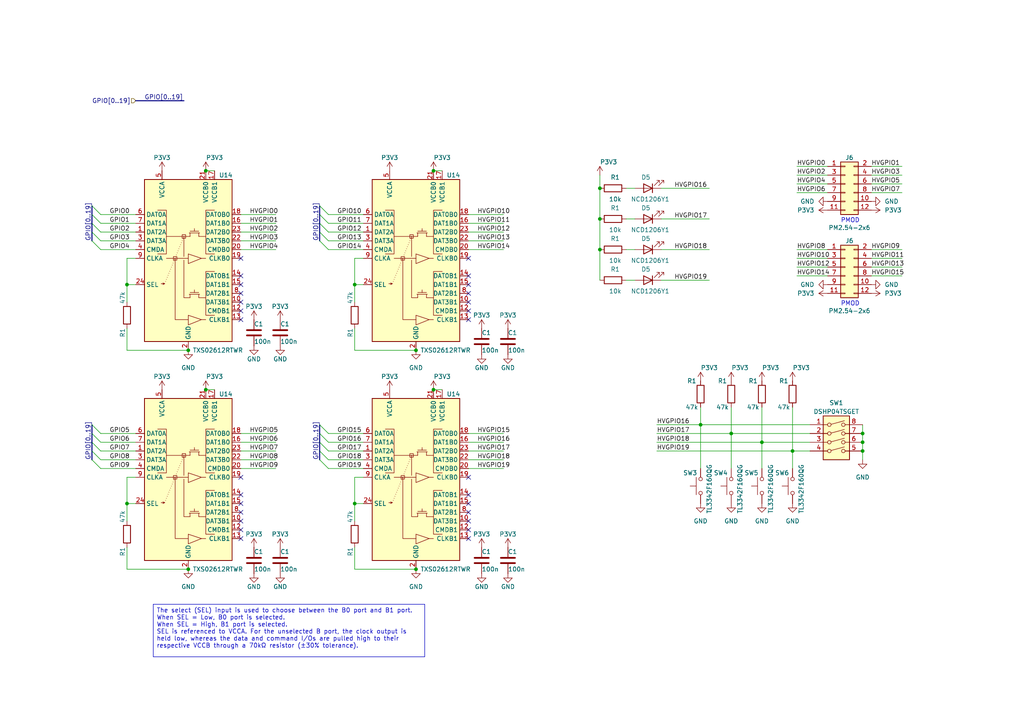
<source format=kicad_sch>
(kicad_sch (version 20230121) (generator eeschema)
  (paper "A4")
  (lib_symbols
    (symbol "CHIPSAlliance_Logic:TXS02612RTWR"
      (property "Reference" "U" (at 1.27 1.27 0))
      (property "Value" "TXS02612RTWR" (at 0 -48.26 0))
      (symbol "TXS02612RTWR_0_1"
        (polyline (pts (xy 4.826 -30.226) (xy 5.842 -30.226)))
        (polyline (pts (xy 6.35 -22.86) (xy 12.7 -22.86)))
        (polyline (pts (xy 11.43 -22.352) (xy 11.43 -16.51)))
        (polyline (pts (xy 11.43 -16.51) (xy 5.842 -30.226)) (stroke (width 0) (type dot)))
        (polyline (pts (xy 16.51 -40.64) (xy 17.78 -40.64)))
        (polyline (pts (xy 16.51 -22.86) (xy 17.78 -22.86)))
        (polyline (pts (xy 17.78 -21.59) (xy 17.78 -21.59)))
        (polyline (pts (xy 5.334 -29.972) (xy 5.842 -30.226) (xy 5.334 -30.48)))
        (polyline (pts (xy 8.89 -22.86) (xy 8.89 -40.64) (xy 12.7 -40.64)))
        (polyline (pts (xy 11.43 -23.368) (xy 11.43 -34.29) (xy 12.7 -34.29)))
        (polyline (pts (xy 3.81 -8.89) (xy 6.35 -8.89) (xy 6.35 -21.59) (xy 3.81 -21.59)))
        (polyline (pts (xy 12.7 -39.37) (xy 12.7 -42.164) (xy 16.51 -40.64) (xy 12.7 -39.37)))
        (polyline (pts (xy 12.7 -21.59) (xy 12.7 -24.384) (xy 16.51 -22.86) (xy 12.7 -21.59)))
        (polyline (pts (xy 20.32 -26.67) (xy 17.78 -26.67) (xy 17.78 -39.37) (xy 20.32 -39.37)))
        (polyline (pts (xy 20.32 -8.89) (xy 17.78 -8.89) (xy 17.78 -21.59) (xy 20.32 -21.59)))
        (polyline (pts (xy 8.382 -23.368) (xy 9.398 -23.368) (xy 9.398 -22.352) (xy 8.382 -22.352) (xy 8.382 -23.368)))
        (polyline (pts (xy 10.922 -17.018) (xy 11.938 -17.018) (xy 11.938 -16.002) (xy 10.922 -16.002) (xy 10.922 -17.018)))
        (rectangle (start 0 0) (end 25.4 -46.99) (stroke (width 0.254)) (fill (type background)))
      )
      (symbol "TXS02612RTWR_1_0"
        (pin bidirectional line (at 27.94 -35.56 180) (length 2.54) (name "DAT3B1") (number "10"))
        (pin power_in line (at 12.7 -49.53 90) (length 2.54) hide (name "GND") (number "11"))
        (pin bidirectional line (at 27.94 -38.1 180) (length 2.54) (name "CMDB1") (number "12"))
        (pin output line (at 27.94 -40.64 180) (length 2.54) (name "CLKB1") (number "13"))
        (pin bidirectional line (at 27.94 -27.94 180) (length 2.54) (name "DAT0B1") (number "14"))
        (pin bidirectional line (at 27.94 -30.48 180) (length 2.54) (name "DAT1B1") (number "15"))
        (pin bidirectional line (at 27.94 -12.7 180) (length 2.54) (name "DAT1B0") (number "16"))
        (pin power_in line (at 20.32 2.54 270) (length 2.54) (name "VCCB1") (number "17"))
        (pin bidirectional line (at 27.94 -10.16 180) (length 2.54) (name "DAT0B0") (number "18"))
        (pin output line (at 27.94 -22.86 180) (length 2.54) (name "CLKB0") (number "19"))
        (pin power_in line (at 12.7 -49.53 90) (length 2.54) (name "GND") (number "2"))
        (pin bidirectional line (at 27.94 -20.32 180) (length 2.54) (name "CMDB0") (number "20"))
        (pin power_in line (at 17.78 2.54 270) (length 2.54) (name "VCCB0") (number "21"))
        (pin bidirectional line (at 27.94 -17.78 180) (length 2.54) (name "DAT3B0") (number "22"))
        (pin bidirectional line (at 27.94 -15.24 180) (length 2.54) (name "DAT2B0") (number "23"))
        (pin input line (at -2.54 -30.48 0) (length 2.54) (name "SEL") (number "24"))
        (pin bidirectional line (at -2.54 -12.7 0) (length 2.54) (name "DAT1A") (number "7"))
        (pin bidirectional line (at 27.94 -33.02 180) (length 2.54) (name "DAT2B1") (number "8"))
        (pin input line (at -2.54 -22.86 0) (length 2.54) (name "CLKA") (number "9"))
      )
      (symbol "TXS02612RTWR_1_1"
        (polyline (pts (xy 6.35 -16.51) (xy 13.208 -16.51)))
        (polyline (pts (xy 12.7 -34.29) (xy 13.208 -34.29)))
        (polyline (pts (xy 12.954 -33.274) (xy 16.002 -33.274)))
        (polyline (pts (xy 12.954 -15.494) (xy 16.002 -15.494)))
        (polyline (pts (xy 13.208 -34.29) (xy 13.208 -33.274)))
        (polyline (pts (xy 13.208 -32.766) (xy 15.748 -32.766)))
        (polyline (pts (xy 13.208 -16.51) (xy 13.208 -15.494)))
        (polyline (pts (xy 13.208 -14.986) (xy 15.748 -14.986)))
        (polyline (pts (xy 14.478 -32.766) (xy 14.478 -32.004)))
        (polyline (pts (xy 14.478 -14.986) (xy 14.478 -14.224)))
        (polyline (pts (xy 15.748 -34.29) (xy 15.748 -33.274)))
        (polyline (pts (xy 15.748 -16.51) (xy 15.748 -15.494)))
        (polyline (pts (xy 17.78 -34.29) (xy 15.748 -34.29)))
        (polyline (pts (xy 17.78 -16.51) (xy 15.748 -16.51)))
        (pin bidirectional line (at -2.54 -15.24 0) (length 2.54) (name "DAT2A") (number "1"))
        (pin bidirectional line (at -2.54 -17.78 0) (length 2.54) (name "DAT3A") (number "3"))
        (pin bidirectional line (at -2.54 -20.32 0) (length 2.54) (name "CMDA") (number "4"))
        (pin power_in line (at 5.08 2.54 270) (length 2.54) (name "VCCA") (number "5"))
        (pin bidirectional line (at -2.54 -10.16 0) (length 2.54) (name "DAT0A") (number "6"))
      )
    )
    (symbol "Connector_Generic:Conn_02x06_Odd_Even" (pin_names (offset 1.016) hide)
      (property "Reference" "J" (at 1.27 7.62 0))
      (property "Value" "Conn_02x06_Odd_Even" (at 1.27 -10.16 0))
      (symbol "Conn_02x06_Odd_Even_1_1"
        (rectangle (start -1.27 -7.493) (end 0 -7.747) (stroke (width 0.1524)))
        (rectangle (start -1.27 -4.953) (end 0 -5.207) (stroke (width 0.1524)))
        (rectangle (start -1.27 -2.413) (end 0 -2.667) (stroke (width 0.1524)))
        (rectangle (start -1.27 0.127) (end 0 -0.127) (stroke (width 0.1524)))
        (rectangle (start -1.27 2.667) (end 0 2.413) (stroke (width 0.1524)))
        (rectangle (start -1.27 5.207) (end 0 4.953) (stroke (width 0.1524)))
        (rectangle (start -1.27 6.35) (end 3.81 -8.89) (stroke (width 0.254)) (fill (type background)))
        (rectangle (start 3.81 -7.493) (end 2.54 -7.747) (stroke (width 0.1524)))
        (rectangle (start 3.81 -4.953) (end 2.54 -5.207) (stroke (width 0.1524)))
        (rectangle (start 3.81 -2.413) (end 2.54 -2.667) (stroke (width 0.1524)))
        (rectangle (start 3.81 0.127) (end 2.54 -0.127) (stroke (width 0.1524)))
        (rectangle (start 3.81 2.667) (end 2.54 2.413) (stroke (width 0.1524)))
        (rectangle (start 3.81 5.207) (end 2.54 4.953) (stroke (width 0.1524)))
        (pin passive line (at -5.08 5.08 0) (length 3.81) (name "Pin_1") (number "1"))
        (pin passive line (at 7.62 -5.08 180) (length 3.81) (name "Pin_10") (number "10"))
        (pin passive line (at -5.08 -7.62 0) (length 3.81) (name "Pin_11") (number "11"))
        (pin passive line (at 7.62 -7.62 180) (length 3.81) (name "Pin_12") (number "12"))
        (pin passive line (at 7.62 5.08 180) (length 3.81) (name "Pin_2") (number "2"))
        (pin passive line (at -5.08 2.54 0) (length 3.81) (name "Pin_3") (number "3"))
        (pin passive line (at 7.62 2.54 180) (length 3.81) (name "Pin_4") (number "4"))
        (pin passive line (at -5.08 0 0) (length 3.81) (name "Pin_5") (number "5"))
        (pin passive line (at 7.62 0 180) (length 3.81) (name "Pin_6") (number "6"))
        (pin passive line (at -5.08 -2.54 0) (length 3.81) (name "Pin_7") (number "7"))
        (pin passive line (at 7.62 -2.54 180) (length 3.81) (name "Pin_8") (number "8"))
        (pin passive line (at -5.08 -5.08 0) (length 3.81) (name "Pin_9") (number "9"))
      )
    )
    (symbol "Device:C" (pin_numbers hide) (pin_names (offset 0.254))
      (property "Reference" "C" (at 0.635 2.54 0))
      (property "Value" "C" (at 0.635 -2.54 0))
      (symbol "C_0_1"
        (polyline (pts (xy -2.032 -0.762) (xy 2.032 -0.762)) (stroke (width 0.508)))
        (polyline (pts (xy -2.032 0.762) (xy 2.032 0.762)) (stroke (width 0.508)))
      )
      (symbol "C_1_1"
        (pin passive line (at 0 3.81 270) (length 2.794) (name "~") (number "1"))
        (pin passive line (at 0 -3.81 90) (length 2.794) (name "~") (number "2"))
      )
    )
    (symbol "Device:LED" (pin_numbers hide) (pin_names (offset 1.016) hide)
      (property "Reference" "D" (at 0 2.54 0))
      (property "Value" "LED" (at 0 -2.54 0))
      (symbol "LED_0_1"
        (polyline (pts (xy -1.27 -1.27) (xy -1.27 1.27)) (stroke (width 0.254)))
        (polyline (pts (xy -1.27 0) (xy 1.27 0)))
        (polyline (pts (xy 1.27 -1.27) (xy 1.27 1.27) (xy -1.27 0) (xy 1.27 -1.27)) (stroke (width 0.254)))
        (polyline (pts (xy -3.048 -0.762) (xy -4.572 -2.286) (xy -3.81 -2.286) (xy -4.572 -2.286) (xy -4.572 -1.524)))
        (polyline (pts (xy -1.778 -0.762) (xy -3.302 -2.286) (xy -2.54 -2.286) (xy -3.302 -2.286) (xy -3.302 -1.524)))
      )
      (symbol "LED_1_1"
        (pin passive line (at -3.81 0 0) (length 2.54) (name "K") (number "1"))
        (pin passive line (at 3.81 0 180) (length 2.54) (name "A") (number "2"))
      )
    )
    (symbol "Device:R" (pin_numbers hide) (pin_names (offset 0))
      (property "Reference" "R" (at 2.032 0 90))
      (property "Value" "R" (at 0 0 90))
      (symbol "R_0_1"
        (rectangle (start -1.016 -2.54) (end 1.016 2.54) (stroke (width 0.254)))
      )
      (symbol "R_1_1"
        (pin passive line (at 0 3.81 270) (length 1.27) (name "~") (number "1"))
        (pin passive line (at 0 -3.81 90) (length 1.27) (name "~") (number "2"))
      )
    )
    (symbol "Switch:SW_DIP_x04" (pin_names (offset 0) hide)
      (property "Reference" "SW" (at 0 8.89 0))
      (property "Value" "SW_DIP_x04" (at 0 -6.35 0))
      (symbol "SW_DIP_x04_0_0"
        (circle (center -2.032 -2.54) (radius 0.508))
        (circle (center -2.032 0) (radius 0.508))
        (circle (center -2.032 2.54) (radius 0.508))
        (circle (center -2.032 5.08) (radius 0.508))
        (polyline (pts (xy -1.524 -2.3876) (xy 2.3622 -1.3462)))
        (polyline (pts (xy -1.524 0.127) (xy 2.3622 1.1684)))
        (polyline (pts (xy -1.524 2.667) (xy 2.3622 3.7084)))
        (polyline (pts (xy -1.524 5.207) (xy 2.3622 6.2484)))
        (circle (center 2.032 -2.54) (radius 0.508))
        (circle (center 2.032 0) (radius 0.508))
        (circle (center 2.032 2.54) (radius 0.508))
        (circle (center 2.032 5.08) (radius 0.508))
      )
      (symbol "SW_DIP_x04_0_1"
        (rectangle (start -3.81 7.62) (end 3.81 -5.08) (stroke (width 0.254)) (fill (type background)))
      )
      (symbol "SW_DIP_x04_1_1"
        (pin passive line (at -7.62 5.08 0) (length 5.08) (name "~") (number "1"))
        (pin passive line (at -7.62 2.54 0) (length 5.08) (name "~") (number "2"))
        (pin passive line (at -7.62 0 0) (length 5.08) (name "~") (number "3"))
        (pin passive line (at -7.62 -2.54 0) (length 5.08) (name "~") (number "4"))
        (pin passive line (at 7.62 -2.54 180) (length 5.08) (name "~") (number "5"))
        (pin passive line (at 7.62 0 180) (length 5.08) (name "~") (number "6"))
        (pin passive line (at 7.62 2.54 180) (length 5.08) (name "~") (number "7"))
        (pin passive line (at 7.62 5.08 180) (length 5.08) (name "~") (number "8"))
      )
    )
    (symbol "Switch:SW_Push" (pin_numbers hide) (pin_names (offset 1.016) hide)
      (property "Reference" "SW" (at 1.27 2.54 0))
      (property "Value" "SW_Push" (at 0 -1.524 0))
      (symbol "SW_Push_0_1"
        (circle (center -2.032 0) (radius 0.508))
        (polyline (pts (xy 0 1.27) (xy 0 3.048)))
        (polyline (pts (xy 2.54 1.27) (xy -2.54 1.27)))
        (circle (center 2.032 0) (radius 0.508))
        (pin passive line (at -5.08 0 0) (length 2.54) (name "1") (number "1"))
        (pin passive line (at 5.08 0 180) (length 2.54) (name "2") (number "2"))
      )
    )
    (symbol "power:GND" (power) (pin_names (offset 0))
      (property "Value" "GND" (at 0 -3.81 0))
      (symbol "GND_0_1"
        (polyline (pts (xy 0 0) (xy 0 -1.27) (xy 1.27 -1.27) (xy 0 -2.54) (xy -1.27 -1.27) (xy 0 -1.27)))
      )
      (symbol "GND_1_1"
        (pin power_in line (at 0 0 270) (length 0) hide (name "GND") (number "1"))
      )
    )
    (symbol "power:VDD" (power) (pin_names (offset 0))
      (property "Value" "VDD" (at 0 3.556 0))
      (symbol "VDD_0_1"
        (polyline (pts (xy -0.762 1.27) (xy 0 2.54)))
        (polyline (pts (xy 0 0) (xy 0 2.54)))
        (polyline (pts (xy 0 2.54) (xy 0.762 1.27)))
      )
      (symbol "VDD_1_1"
        (pin power_in line (at 0 0 90) (length 0) hide (name "P3V3") (number "1"))
      )
    )
  )
  (junction (at 220.98 128.27))
  (junction (at 212.09 125.73))
  (junction (at 120.65 101.6))
  (junction (at 125.73 113.03))
  (junction (at 102.87 82.55))
  (junction (at 102.87 146.05))
  (junction (at 173.99 72.39))
  (junction (at 54.61 165.1))
  (junction (at 120.65 165.1))
  (junction (at 59.69 113.03))
  (junction (at 125.73 49.53))
  (junction (at 173.99 54.61))
  (junction (at 54.61 101.6))
  (junction (at 173.99 63.5))
  (junction (at 250.19 128.27))
  (junction (at 59.69 49.53))
  (junction (at 36.83 146.05))
  (junction (at 229.87 130.81))
  (junction (at 250.19 130.81))
  (junction (at 203.2 123.19))
  (junction (at 36.83 82.55))
  (junction (at 250.19 125.73))
  (no_connect (at 135.89 148.59))
  (no_connect (at 69.85 151.13))
  (no_connect (at 135.89 90.17))
  (no_connect (at 69.85 74.93))
  (no_connect (at 69.85 80.01))
  (no_connect (at 69.85 82.55))
  (no_connect (at 135.89 82.55))
  (no_connect (at 135.89 87.63))
  (no_connect (at 135.89 146.05))
  (no_connect (at 135.89 80.01))
  (no_connect (at 135.89 138.43))
  (no_connect (at 135.89 143.51))
  (no_connect (at 69.85 85.09))
  (no_connect (at 135.89 151.13))
  (no_connect (at 69.85 87.63))
  (no_connect (at 135.89 153.67))
  (no_connect (at 69.85 153.67))
  (no_connect (at 69.85 156.21))
  (no_connect (at 69.85 148.59))
  (no_connect (at 69.85 138.43))
  (no_connect (at 69.85 143.51))
  (no_connect (at 69.85 92.71))
  (no_connect (at 69.85 90.17))
  (no_connect (at 135.89 74.93))
  (no_connect (at 135.89 85.09))
  (no_connect (at 135.89 156.21))
  (no_connect (at 69.85 146.05))
  (no_connect (at 135.89 92.71))
  (bus_entry (at 29.21 69.85) (size -2.54 -2.54))
  (bus_entry (at 95.25 67.31) (size -2.54 -2.54))
  (bus_entry (at 29.21 62.23) (size -2.54 -2.54))
  (bus_entry (at 29.21 133.35) (size -2.54 -2.54))
  (bus_entry (at 29.21 67.31) (size -2.54 -2.54))
  (bus_entry (at 29.21 130.81) (size -2.54 -2.54))
  (bus_entry (at 95.25 128.27) (size -2.54 -2.54))
  (bus_entry (at 95.25 135.89) (size -2.54 -2.54))
  (bus_entry (at 95.25 69.85) (size -2.54 -2.54))
  (bus_entry (at 95.25 72.39) (size -2.54 -2.54))
  (bus_entry (at 29.21 64.77) (size -2.54 -2.54))
  (bus_entry (at 95.25 130.81) (size -2.54 -2.54))
  (bus_entry (at 95.25 64.77) (size -2.54 -2.54))
  (bus_entry (at 95.25 62.23) (size -2.54 -2.54))
  (bus_entry (at 95.25 125.73) (size -2.54 -2.54))
  (bus_entry (at 29.21 72.39) (size -2.54 -2.54))
  (bus_entry (at 95.25 133.35) (size -2.54 -2.54))
  (bus_entry (at 29.21 128.27) (size -2.54 -2.54))
  (bus_entry (at 29.21 125.73) (size -2.54 -2.54))
  (bus_entry (at 29.21 135.89) (size -2.54 -2.54))
  (wire (pts (xy 261.62 77.47) (xy 252.73 77.47)))
  (bus (pts (xy 92.71 128.27) (xy 92.71 130.81)))
  (wire (pts (xy 220.98 118.11) (xy 220.98 128.27)))
  (bus (pts (xy 26.67 67.31) (xy 26.67 69.85)))
  (wire (pts (xy 231.14 74.93) (xy 240.03 74.93)))
  (wire (pts (xy 102.87 158.75) (xy 102.87 165.1)))
  (wire (pts (xy 135.89 130.81) (xy 146.05 130.81)))
  (bus (pts (xy 39.37 29.21) (xy 53.34 29.21)))
  (bus (pts (xy 26.67 64.77) (xy 26.67 67.31)))
  (wire (pts (xy 36.83 74.93) (xy 36.83 82.55)))
  (wire (pts (xy 95.25 64.77) (xy 105.41 64.77)))
  (wire (pts (xy 69.85 72.39) (xy 80.01 72.39)))
  (bus (pts (xy 92.71 125.73) (xy 92.71 128.27)))
  (wire (pts (xy 261.62 80.01) (xy 252.73 80.01)))
  (wire (pts (xy 205.74 72.39) (xy 191.77 72.39)))
  (wire (pts (xy 102.87 146.05) (xy 102.87 151.13)))
  (bus (pts (xy 26.67 123.19) (xy 26.67 125.73)))
  (wire (pts (xy 261.62 74.93) (xy 252.73 74.93)))
  (wire (pts (xy 173.99 50.8) (xy 173.99 54.61)))
  (wire (pts (xy 102.87 74.93) (xy 105.41 74.93)))
  (wire (pts (xy 250.19 123.19) (xy 250.19 125.73)))
  (wire (pts (xy 95.25 62.23) (xy 105.41 62.23)))
  (wire (pts (xy 102.87 82.55) (xy 105.41 82.55)))
  (wire (pts (xy 69.85 130.81) (xy 80.01 130.81)))
  (wire (pts (xy 173.99 63.5) (xy 173.99 72.39)))
  (wire (pts (xy 220.98 128.27) (xy 234.95 128.27)))
  (bus (pts (xy 92.71 64.77) (xy 92.71 67.31)))
  (wire (pts (xy 231.14 77.47) (xy 240.03 77.47)))
  (wire (pts (xy 36.83 158.75) (xy 36.83 165.1)))
  (wire (pts (xy 231.14 80.01) (xy 240.03 80.01)))
  (wire (pts (xy 190.5 123.19) (xy 203.2 123.19)))
  (wire (pts (xy 212.09 125.73) (xy 234.95 125.73)))
  (bus (pts (xy 92.71 62.23) (xy 92.71 64.77)))
  (wire (pts (xy 29.21 64.77) (xy 39.37 64.77)))
  (wire (pts (xy 250.19 128.27) (xy 250.19 130.81)))
  (wire (pts (xy 36.83 101.6) (xy 54.61 101.6)))
  (wire (pts (xy 261.62 55.88) (xy 252.73 55.88)))
  (wire (pts (xy 212.09 118.11) (xy 212.09 125.73)))
  (wire (pts (xy 29.21 125.73) (xy 39.37 125.73)))
  (wire (pts (xy 125.73 113.03) (xy 128.27 113.03)))
  (wire (pts (xy 203.2 123.19) (xy 234.95 123.19)))
  (wire (pts (xy 250.19 130.81) (xy 250.19 133.35)))
  (wire (pts (xy 261.62 53.34) (xy 252.73 53.34)))
  (wire (pts (xy 36.83 165.1) (xy 54.61 165.1)))
  (wire (pts (xy 59.69 49.53) (xy 62.23 49.53)))
  (wire (pts (xy 36.83 138.43) (xy 36.83 146.05)))
  (wire (pts (xy 190.5 125.73) (xy 212.09 125.73)))
  (wire (pts (xy 173.99 54.61) (xy 173.99 63.5)))
  (wire (pts (xy 125.73 49.53) (xy 128.27 49.53)))
  (wire (pts (xy 229.87 130.81) (xy 229.87 135.89)))
  (wire (pts (xy 231.14 55.88) (xy 240.03 55.88)))
  (wire (pts (xy 69.85 125.73) (xy 80.01 125.73)))
  (wire (pts (xy 69.85 135.89) (xy 80.01 135.89)))
  (bus (pts (xy 26.67 128.27) (xy 26.67 130.81)))
  (wire (pts (xy 135.89 128.27) (xy 146.05 128.27)))
  (wire (pts (xy 181.61 63.5) (xy 184.15 63.5)))
  (wire (pts (xy 29.21 72.39) (xy 39.37 72.39)))
  (wire (pts (xy 69.85 67.31) (xy 80.01 67.31)))
  (wire (pts (xy 69.85 69.85) (xy 80.01 69.85)))
  (wire (pts (xy 173.99 72.39) (xy 173.99 81.28)))
  (wire (pts (xy 102.87 95.25) (xy 102.87 101.6)))
  (wire (pts (xy 102.87 82.55) (xy 102.87 87.63)))
  (bus (pts (xy 92.71 67.31) (xy 92.71 69.85)))
  (wire (pts (xy 181.61 54.61) (xy 184.15 54.61)))
  (wire (pts (xy 203.2 123.19) (xy 203.2 135.89)))
  (wire (pts (xy 102.87 165.1) (xy 120.65 165.1)))
  (wire (pts (xy 190.5 130.81) (xy 229.87 130.81)))
  (bus (pts (xy 92.71 130.81) (xy 92.71 133.35)))
  (wire (pts (xy 135.89 133.35) (xy 146.05 133.35)))
  (bus (pts (xy 92.71 59.69) (xy 92.71 62.23)))
  (wire (pts (xy 205.74 81.28) (xy 191.77 81.28)))
  (wire (pts (xy 29.21 135.89) (xy 39.37 135.89)))
  (wire (pts (xy 95.25 135.89) (xy 105.41 135.89)))
  (wire (pts (xy 102.87 146.05) (xy 105.41 146.05)))
  (wire (pts (xy 181.61 81.28) (xy 184.15 81.28)))
  (wire (pts (xy 190.5 128.27) (xy 220.98 128.27)))
  (wire (pts (xy 205.74 54.61) (xy 191.77 54.61)))
  (wire (pts (xy 59.69 113.03) (xy 62.23 113.03)))
  (wire (pts (xy 261.62 48.26) (xy 252.73 48.26)))
  (wire (pts (xy 95.25 67.31) (xy 105.41 67.31)))
  (wire (pts (xy 36.83 82.55) (xy 39.37 82.55)))
  (wire (pts (xy 29.21 133.35) (xy 39.37 133.35)))
  (wire (pts (xy 36.83 146.05) (xy 36.83 151.13)))
  (wire (pts (xy 102.87 101.6) (xy 120.65 101.6)))
  (wire (pts (xy 69.85 133.35) (xy 80.01 133.35)))
  (wire (pts (xy 135.89 135.89) (xy 146.05 135.89)))
  (wire (pts (xy 181.61 72.39) (xy 184.15 72.39)))
  (wire (pts (xy 29.21 128.27) (xy 39.37 128.27)))
  (bus (pts (xy 26.67 130.81) (xy 26.67 133.35)))
  (bus (pts (xy 26.67 125.73) (xy 26.67 128.27)))
  (wire (pts (xy 135.89 62.23) (xy 146.05 62.23)))
  (wire (pts (xy 36.83 82.55) (xy 36.83 87.63)))
  (wire (pts (xy 102.87 138.43) (xy 105.41 138.43)))
  (wire (pts (xy 205.74 63.5) (xy 191.77 63.5)))
  (wire (pts (xy 231.14 53.34) (xy 240.03 53.34)))
  (wire (pts (xy 135.89 72.39) (xy 146.05 72.39)))
  (wire (pts (xy 261.62 50.8) (xy 252.73 50.8)))
  (wire (pts (xy 95.25 128.27) (xy 105.41 128.27)))
  (wire (pts (xy 36.83 95.25) (xy 36.83 101.6)))
  (wire (pts (xy 69.85 128.27) (xy 80.01 128.27)))
  (wire (pts (xy 36.83 146.05) (xy 39.37 146.05)))
  (wire (pts (xy 29.21 69.85) (xy 39.37 69.85)))
  (wire (pts (xy 29.21 62.23) (xy 39.37 62.23)))
  (wire (pts (xy 135.89 67.31) (xy 146.05 67.31)))
  (wire (pts (xy 29.21 67.31) (xy 39.37 67.31)))
  (wire (pts (xy 69.85 62.23) (xy 80.01 62.23)))
  (wire (pts (xy 229.87 130.81) (xy 234.95 130.81)))
  (wire (pts (xy 212.09 125.73) (xy 212.09 135.89)))
  (bus (pts (xy 26.67 62.23) (xy 26.67 64.77)))
  (wire (pts (xy 29.21 130.81) (xy 39.37 130.81)))
  (wire (pts (xy 250.19 125.73) (xy 250.19 128.27)))
  (wire (pts (xy 95.25 130.81) (xy 105.41 130.81)))
  (wire (pts (xy 229.87 118.11) (xy 229.87 130.81)))
  (wire (pts (xy 69.85 64.77) (xy 80.01 64.77)))
  (wire (pts (xy 95.25 133.35) (xy 105.41 133.35)))
  (wire (pts (xy 102.87 138.43) (xy 102.87 146.05)))
  (wire (pts (xy 135.89 69.85) (xy 146.05 69.85)))
  (wire (pts (xy 135.89 64.77) (xy 146.05 64.77)))
  (wire (pts (xy 36.83 138.43) (xy 39.37 138.43)))
  (wire (pts (xy 95.25 69.85) (xy 105.41 69.85)))
  (wire (pts (xy 231.14 50.8) (xy 240.03 50.8)))
  (wire (pts (xy 231.14 72.39) (xy 240.03 72.39)))
  (wire (pts (xy 203.2 118.11) (xy 203.2 123.19)))
  (wire (pts (xy 95.25 125.73) (xy 105.41 125.73)))
  (wire (pts (xy 135.89 125.73) (xy 146.05 125.73)))
  (wire (pts (xy 261.62 72.39) (xy 252.73 72.39)))
  (wire (pts (xy 220.98 128.27) (xy 220.98 135.89)))
  (wire (pts (xy 95.25 72.39) (xy 105.41 72.39)))
  (wire (pts (xy 36.83 74.93) (xy 39.37 74.93)))
  (bus (pts (xy 92.71 123.19) (xy 92.71 125.73)))
  (wire (pts (xy 231.14 48.26) (xy 240.03 48.26)))
  (wire (pts (xy 102.87 74.93) (xy 102.87 82.55)))
  (bus (pts (xy 26.67 59.69) (xy 26.67 62.23)))
  (text_box "The select (SEL) input is used to choose between the B0 port and B1 port. \nWhen SEL = Low, B0 port is selected.\nWhen SEL = High, B1 port is selected.\nSEL is referenced to VCCA. For the unselected B port, the clock output is held low, whereas the data and command I/Os are pulled high to their respective VCCB through a 70kΩ resistor (±30% tolerance)." (at 44.45 175.26 0) (size 78.74 15.24) (effects (font (size 1.27 1.27)) (justify left top)))
  (text "PMOD" (at 243.84 88.9 0) (effects (font (size 1.27 1.27)) (justify left bottom)))
  (text "PMOD" (at 243.84 64.77 0) (effects (font (size 1.27 1.27)) (justify left bottom)))
  (label "HVGPIO5" (at 72.39 125.73 0))
  (label "GPIO[0..19]" (at 26.67 133.35 90))
  (label "HVGPIO15" (at 138.43 125.73 0))
  (label "HVGPIO3" (at 72.39 69.85 0))
  (label "HVGPIO0" (at 231.14 48.26 0))
  (label "HVGPIO18" (at 195.58 72.39 0))
  (label "HVGPIO0" (at 72.39 62.23 0))
  (label "HVGPIO9" (at 72.39 135.89 0))
  (label "GPIO19" (at 97.79 135.89 0))
  (label "HVGPIO17" (at 138.43 130.81 0))
  (label "GPIO[0..19]" (at 26.67 69.85 90))
  (label "GPIO10" (at 97.79 62.23 0))
  (label "HVGPIO18" (at 190.5 128.27 0))
  (label "HVGPIO13" (at 252.73 77.47 0))
  (label "HVGPIO11" (at 252.73 74.93 0))
  (label "HVGPIO19" (at 195.58 81.28 0))
  (label "HVGPIO19" (at 138.43 135.89 0))
  (label "HVGPIO8" (at 231.14 72.39 0))
  (label "HVGPIO2" (at 72.39 67.31 0))
  (label "HVGPIO11" (at 138.43 64.77 0))
  (label "GPIO17" (at 97.79 130.81 0))
  (label "GPIO11" (at 97.79 64.77 0))
  (label "GPIO5" (at 31.75 125.73 0))
  (label "GPIO16" (at 97.79 128.27 0))
  (label "GPIO7" (at 31.75 130.81 0))
  (label "GPIO[0..19]" (at 92.71 69.85 90))
  (label "HVGPIO12" (at 138.43 67.31 0))
  (label "HVGPIO5" (at 252.73 53.34 0))
  (label "GPIO3" (at 31.75 69.85 0))
  (label "HVGPIO12" (at 231.14 77.47 0))
  (label "GPIO6" (at 31.75 128.27 0))
  (label "GPIO12" (at 97.79 67.31 0))
  (label "HVGPIO16" (at 190.5 123.19 0))
  (label "HVGPIO10" (at 138.43 62.23 0))
  (label "GPIO0" (at 31.75 62.23 0))
  (label "HVGPIO4" (at 231.14 53.34 0))
  (label "HVGPIO4" (at 72.39 72.39 0))
  (label "HVGPIO14" (at 231.14 80.01 0))
  (label "HVGPIO6" (at 231.14 55.88 0))
  (label "HVGPIO18" (at 138.43 133.35 0))
  (label "GPIO15" (at 97.79 125.73 0))
  (label "HVGPIO13" (at 138.43 69.85 0))
  (label "HVGPIO15" (at 252.73 80.01 0))
  (label "GPIO14" (at 97.79 72.39 0))
  (label "HVGPIO10" (at 231.14 74.93 0))
  (label "GPIO8" (at 31.75 133.35 0))
  (label "HVGPIO7" (at 72.39 130.81 0))
  (label "HVGPIO2" (at 231.14 50.8 0))
  (label "GPIO1" (at 31.75 64.77 0))
  (label "HVGPIO19" (at 190.5 130.81 0))
  (label "GPIO4" (at 31.75 72.39 0))
  (label "HVGPIO8" (at 72.39 133.35 0))
  (label "HVGPIO1" (at 252.73 48.26 0))
  (label "HVGPIO9" (at 252.73 72.39 0))
  (label "HVGPIO7" (at 252.73 55.88 0))
  (label "GPIO9" (at 31.75 135.89 0))
  (label "HVGPIO3" (at 252.73 50.8 0))
  (label "GPIO18" (at 97.79 133.35 0))
  (label "HVGPIO17" (at 190.5 125.73 0))
  (label "GPIO13" (at 97.79 69.85 0))
  (label "HVGPIO6" (at 72.39 128.27 0))
  (label "GPIO[0..19]" (at 41.91 29.21 0))
  (label "GPIO2" (at 31.75 67.31 0))
  (label "HVGPIO16" (at 195.58 54.61 0))
  (label "GPIO[0..19]" (at 92.71 133.35 90))
  (label "HVGPIO1" (at 72.39 64.77 0))
  (label "HVGPIO17" (at 195.58 63.5 0))
  (label "HVGPIO16" (at 138.43 128.27 0))
  (label "HVGPIO14" (at 138.43 72.39 0))
  (hierarchical_label "GPIO[0..19]" (shape input) (at 39.37 29.21 180))
  (symbol (lib_id "Device:R") (at 212.09 114.3 180) (unit 1)
    (property "Reference" "R1" (at 209.55 110.49 0))
    (property "Value" "47k" (at 209.55 118.11 0))
    (property "Footprint" "Resistor_SMD:R_0402_1005Metric" (effects hide))
    (instances (project "fmc_usb_gpio_spi_jtag" (path "" (reference "R1") (unit 1)) (path "" (reference "R26") (unit 1)) (path "" (reference "R15") (unit 1))))
  )
  (symbol (lib_id "Device:C") (at 81.28 96.52 0) (unit 1)
    (property "Reference" "C1" (at 81.28 93.98 0) (effects (justify left)))
    (property "Value" "100n" (at 81.28 99.06 0) (effects (justify left)))
    (property "Footprint" "Capacitor_SMD:C_0402_1005Metric" (effects hide))
    (instances (project "fmc_usb_gpio_spi_jtag" (path "" (reference "C1") (unit 1)) (path "" (reference "C2") (unit 1)) (path "" (reference "C5") (unit 1)) (path "" (reference "C13") (unit 1)) (path "" (reference "C26") (unit 1))))
  )
  (symbol (lib_id "power:GND") (at 229.87 146.05 0) (unit 1)
    (property "Reference" "#PWR0175" (effects hide))
    (property "Value" "GND" (at 229.87 151.13 0))
    (instances (project "fmc_usb_gpio_spi_jtag" (path "" (reference "#PWR0175") (unit 1)) (path "" (reference "#PWR0206") (unit 1))))
  )
  (symbol (lib_id "power:VDD") (at 113.03 113.03 0) (unit 1)
    (property "Reference" "#PWR01" (effects hide))
    (property "Value" "VADJ" (at 113.03 109.22 0))
    (instances (project "fmc_usb_gpio_spi_jtag" (path "" (reference "#PWR01") (unit 1)) (path "" (reference "#PWR083") (unit 1)) (path "" (reference "#PWR089") (unit 1)) (path "" (reference "#PWR0183") (unit 1)) (path "" (reference "#PWR0194") (unit 1))))
  )
  (symbol (lib_id "power:VDD") (at 125.73 49.53 0) (unit 1)
    (property "Reference" "#PWR073" (effects hide))
    (property "Value" "3P3V" (at 128.27 45.72 0))
    (instances (project "fmc_usb_gpio_spi_jtag" (path "" (reference "#PWR073") (unit 1)) (path "" (reference "#PWR098") (unit 1)) (path "" (reference "#PWR0177") (unit 1)) (path "" (reference "#PWR0197") (unit 1))))
  )
  (symbol (lib_id "power:GND") (at 252.73 82.55 90) (unit 1)
    (property "Reference" "#PWR074" (effects hide))
    (property "Value" "GND" (at 256.54 82.55 90) (effects (justify right)))
    (instances (project "fmc_usb_gpio_spi_jtag" (path "" (reference "#PWR074") (unit 1)) (path "" (reference "#PWR0191") (unit 1))))
  )
  (symbol (lib_id "power:VDD") (at 73.66 158.75 0) (unit 1)
    (property "Reference" "#PWR01" (effects hide))
    (property "Value" "VADJ" (at 73.66 154.94 0))
    (instances (project "fmc_usb_gpio_spi_jtag" (path "" (reference "#PWR01") (unit 1)) (path "" (reference "#PWR083") (unit 1)) (path "" (reference "#PWR087") (unit 1)) (path "" (reference "#PWR0127") (unit 1)) (path "" (reference "#PWR0222") (unit 1))))
  )
  (symbol (lib_id "Connector_Generic:Conn_02x06_Odd_Even") (at 245.11 53.34 0) (unit 1)
    (property "Reference" "J6" (at 246.38 45.72 0))
    (property "Value" "PM2.54-2x6" (at 246.38 66.04 0))
    (property "Footprint" "Connector_PinHeader_2.54mm:PinHeader_2x06_P2.54mm_Vertical" (effects hide))
    (property "Datasheet" "https://atta.szlcsc.com/upload/public/pdf/source/20220729/B685A447B6E7D9EA1A3EF6B07540DD20.pdf" (effects hide))
  )
  (symbol (lib_id "power:GND") (at 139.7 166.37 0) (unit 1)
    (property "Reference" "#PWR02" (effects hide))
    (property "Value" "GND" (at 139.7 170.18 0))
    (instances (project "fmc_usb_gpio_spi_jtag" (path "" (reference "#PWR02") (unit 1)) (path "" (reference "#PWR099") (unit 1)) (path "" (reference "#PWR0128") (unit 1)) (path "" (reference "#PWR0227") (unit 1))))
  )
  (symbol (lib_id "power:VDD") (at 113.03 49.53 0) (unit 1)
    (property "Reference" "#PWR01" (effects hide))
    (property "Value" "VADJ" (at 113.03 45.72 0))
    (instances (project "fmc_usb_gpio_spi_jtag" (path "" (reference "#PWR01") (unit 1)) (path "" (reference "#PWR083") (unit 1)) (path "" (reference "#PWR089") (unit 1)) (path "" (reference "#PWR0183") (unit 1)) (path "" (reference "#PWR0193") (unit 1))))
  )
  (symbol (lib_id "Device:LED") (at 187.96 54.61 180) (unit 1)
    (property "Reference" "D5" (at 187.325 51.435 0))
    (property "Value" "NCD1206Y1" (at 188.595 57.785 0))
    (property "Footprint" "LED_SMD:LED_1206_3216Metric" (effects hide))
    (instances (project "fmc_usb_gpio_spi_jtag" (path "" (reference "D5") (unit 1)) (path "" (reference "D8") (unit 1))))
  )
  (symbol (lib_id "power:GND") (at 120.65 101.6 0) (unit 1)
    (property "Reference" "#PWR0175" (effects hide))
    (property "Value" "GND" (at 120.65 106.68 0))
    (instances (project "fmc_usb_gpio_spi_jtag" (path "" (reference "#PWR0175") (unit 1)) (path "" (reference "#PWR0195") (unit 1))))
  )
  (symbol (lib_id "power:GND") (at 203.2 146.05 0) (unit 1)
    (property "Reference" "#PWR0175" (effects hide))
    (property "Value" "GND" (at 203.2 151.13 0))
    (instances (project "fmc_usb_gpio_spi_jtag" (path "" (reference "#PWR0175") (unit 1)) (path "" (reference "#PWR0203") (unit 1))))
  )
  (symbol (lib_id "power:VDD") (at 59.69 113.03 0) (unit 1)
    (property "Reference" "#PWR073" (effects hide))
    (property "Value" "3P3V" (at 62.23 109.22 0))
    (instances (project "fmc_usb_gpio_spi_jtag" (path "" (reference "#PWR073") (unit 1)) (path "" (reference "#PWR098") (unit 1)) (path "" (reference "#PWR0177") (unit 1)) (path "" (reference "#PWR0188") (unit 1))))
  )
  (symbol (lib_id "CHIPSAlliance_Logic:TXS02612RTWR") (at 107.95 115.57 0) (unit 1)
    (property "Reference" "U14" (at 129.54 114.3 0) (effects (justify left)))
    (property "Value" "TXS02612RTWR" (at 121.92 165.1 0) (effects (justify left)))
    (property "Footprint" "Package_DFN_QFN:WQFN-24-1EP_4x4mm_P0.5mm_EP2.45x2.45mm" (effects hide))
    (property "Datasheet" "https://www.ti.com/lit/ds/symlink/txs02612.pdf" (effects hide))
    (instances (project "fmc_usb_gpio_spi_jtag" (path "" (reference "U14") (unit 1)) (path "" (reference "U16") (unit 1))))
  )
  (symbol (lib_id "power:VDD") (at 147.32 95.25 0) (unit 1)
    (property "Reference" "#PWR073" (effects hide))
    (property "Value" "3P3V" (at 147.32 91.44 0))
    (instances (project "fmc_usb_gpio_spi_jtag" (path "" (reference "#PWR073") (unit 1)) (path "" (reference "#PWR0129") (unit 1)) (path "" (reference "#PWR0220") (unit 1))))
  )
  (symbol (lib_id "Device:R") (at 177.8 63.5 90) (unit 1)
    (property "Reference" "R1" (at 178.435 60.325 90))
    (property "Value" "10k" (at 178.435 66.675 90))
    (property "Footprint" "Resistor_SMD:R_0402_1005Metric" (effects hide))
    (instances (project "fmc_usb_gpio_spi_jtag" (path "" (reference "R1") (unit 1)) (path "" (reference "R9") (unit 1)) (path "" (reference "R30") (unit 1))))
  )
  (symbol (lib_id "power:VDD") (at 73.66 92.71 0) (unit 1)
    (property "Reference" "#PWR01" (effects hide))
    (property "Value" "VADJ" (at 73.66 88.9 0))
    (instances (project "fmc_usb_gpio_spi_jtag" (path "" (reference "#PWR01") (unit 1)) (path "" (reference "#PWR083") (unit 1)) (path "" (reference "#PWR087") (unit 1)) (path "" (reference "#PWR0127") (unit 1)) (path "" (reference "#PWR0214") (unit 1))))
  )
  (symbol (lib_id "CHIPSAlliance_Logic:TXS02612RTWR") (at 41.91 52.07 0) (unit 1)
    (property "Reference" "U14" (at 63.5 50.8 0) (effects (justify left)))
    (property "Value" "TXS02612RTWR" (at 55.88 101.6 0) (effects (justify left)))
    (property "Footprint" "Package_DFN_QFN:WQFN-24-1EP_4x4mm_P0.5mm_EP2.45x2.45mm" (effects hide))
    (property "Datasheet" "https://www.ti.com/lit/ds/symlink/txs02612.pdf" (effects hide))
    (instances (project "fmc_usb_gpio_spi_jtag" (path "" (reference "U14") (unit 1)) (path "" (reference "U11") (unit 1))))
  )
  (symbol (lib_id "power:VDD") (at 139.7 158.75 0) (unit 1)
    (property "Reference" "#PWR01" (effects hide))
    (property "Value" "VADJ" (at 139.7 154.94 0))
    (instances (project "fmc_usb_gpio_spi_jtag" (path "" (reference "#PWR01") (unit 1)) (path "" (reference "#PWR083") (unit 1)) (path "" (reference "#PWR087") (unit 1)) (path "" (reference "#PWR0127") (unit 1)) (path "" (reference "#PWR0226") (unit 1))))
  )
  (symbol (lib_id "power:GND") (at 252.73 58.42 90) (unit 1)
    (property "Reference" "#PWR074" (effects hide))
    (property "Value" "GND" (at 256.54 58.42 90) (effects (justify right)))
    (instances (project "fmc_usb_gpio_spi_jtag" (path "" (reference "#PWR074") (unit 1)) (path "" (reference "#PWR0172") (unit 1))))
  )
  (symbol (lib_id "Device:R") (at 220.98 114.3 180) (unit 1)
    (property "Reference" "R1" (at 218.44 110.49 0))
    (property "Value" "47k" (at 218.44 118.11 0))
    (property "Footprint" "Resistor_SMD:R_0402_1005Metric" (effects hide))
    (instances (project "fmc_usb_gpio_spi_jtag" (path "" (reference "R1") (unit 1)) (path "" (reference "R27") (unit 1)) (path "" (reference "R16") (unit 1))))
  )
  (symbol (lib_id "power:VDD") (at 240.03 60.96 90) (unit 1)
    (property "Reference" "#PWR073" (effects hide))
    (property "Value" "3P3V" (at 236.22 60.96 90) (effects (justify left)))
    (instances (project "fmc_usb_gpio_spi_jtag" (path "" (reference "#PWR073") (unit 1)) (path "" (reference "#PWR0171") (unit 1))))
  )
  (symbol (lib_id "power:VDD") (at 229.87 110.49 0) (unit 1)
    (property "Reference" "#PWR073" (effects hide))
    (property "Value" "3P3V" (at 232.41 106.68 0))
    (instances (project "fmc_usb_gpio_spi_jtag" (path "" (reference "#PWR073") (unit 1)) (path "" (reference "#PWR098") (unit 1)) (path "" (reference "#PWR0177") (unit 1)) (path "" (reference "#PWR0210") (unit 1))))
  )
  (symbol (lib_id "Device:R") (at 36.83 154.94 180) (unit 1)
    (property "Reference" "R1" (at 35.56 160.02 90))
    (property "Value" "47k" (at 35.56 149.86 90))
    (property "Footprint" "Resistor_SMD:R_0402_1005Metric" (effects hide))
    (instances (project "fmc_usb_gpio_spi_jtag" (path "" (reference "R1") (unit 1)) (path "" (reference "R19") (unit 1)) (path "" (reference "R12") (unit 1))))
  )
  (symbol (lib_id "Device:R") (at 229.87 114.3 180) (unit 1)
    (property "Reference" "R1" (at 227.33 110.49 0))
    (property "Value" "47k" (at 227.33 118.11 0))
    (property "Footprint" "Resistor_SMD:R_0402_1005Metric" (effects hide))
    (instances (project "fmc_usb_gpio_spi_jtag" (path "" (reference "R1") (unit 1)) (path "" (reference "R28") (unit 1)) (path "" (reference "R17") (unit 1))))
  )
  (symbol (lib_id "CHIPSAlliance_Logic:TXS02612RTWR") (at 107.95 52.07 0) (unit 1)
    (property "Reference" "U14" (at 129.54 50.8 0) (effects (justify left)))
    (property "Value" "TXS02612RTWR" (at 121.92 101.6 0) (effects (justify left)))
    (property "Footprint" "Package_DFN_QFN:WQFN-24-1EP_4x4mm_P0.5mm_EP2.45x2.45mm" (effects hide))
    (property "Datasheet" "https://www.ti.com/lit/ds/symlink/txs02612.pdf" (effects hide))
    (instances (project "fmc_usb_gpio_spi_jtag" (path "" (reference "U14") (unit 1)) (path "" (reference "U15") (unit 1))))
  )
  (symbol (lib_id "CHIPSAlliance_Logic:TXS02612RTWR") (at 41.91 115.57 0) (unit 1)
    (property "Reference" "U14" (at 63.5 114.3 0) (effects (justify left)))
    (property "Value" "TXS02612RTWR" (at 55.88 165.1 0) (effects (justify left)))
    (property "Footprint" "Package_DFN_QFN:WQFN-24-1EP_4x4mm_P0.5mm_EP2.45x2.45mm" (effects hide))
    (property "Datasheet" "https://www.ti.com/lit/ds/symlink/txs02612.pdf" (effects hide))
    (instances (project "fmc_usb_gpio_spi_jtag" (path "" (reference "U14") (unit 1)) (path "" (reference "U4") (unit 1))))
  )
  (symbol (lib_id "Device:C") (at 73.66 162.56 0) (unit 1)
    (property "Reference" "C1" (at 73.66 160.02 0) (effects (justify left)))
    (property "Value" "100n" (at 73.66 165.1 0) (effects (justify left)))
    (property "Footprint" "Capacitor_SMD:C_0402_1005Metric" (effects hide))
    (instances (project "fmc_usb_gpio_spi_jtag" (path "" (reference "C1") (unit 1)) (path "" (reference "C2") (unit 1)) (path "" (reference "C5") (unit 1)) (path "" (reference "C12") (unit 1)) (path "" (reference "C29") (unit 1))))
  )
  (symbol (lib_id "Switch:SW_DIP_x04") (at 242.57 128.27 0) (unit 1)
    (property "Reference" "SW1" (at 242.57 116.84 0))
    (property "Value" "DSHP04TSGET" (at 242.57 119.38 0))
    (property "Footprint" "Button_Switch_SMD:SW_DIP_SPSTx04_Slide_KingTek_DSHP04TS_W7.62mm_P1.27mm" (effects hide))
    (property "Datasheet" "https://atta.szlcsc.com/upload/public/pdf/source/20150928/1457707425288.pdf" (effects hide))
  )
  (symbol (lib_id "power:GND") (at 81.28 166.37 0) (unit 1)
    (property "Reference" "#PWR02" (effects hide))
    (property "Value" "GND" (at 81.28 170.18 0))
    (instances (project "fmc_usb_gpio_spi_jtag" (path "" (reference "#PWR02") (unit 1)) (path "" (reference "#PWR099") (unit 1)) (path "" (reference "#PWR0130") (unit 1)) (path "" (reference "#PWR0225") (unit 1))))
  )
  (symbol (lib_id "Device:LED") (at 187.96 63.5 180) (unit 1)
    (property "Reference" "D5" (at 187.325 60.325 0))
    (property "Value" "NCD1206Y1" (at 188.595 66.675 0))
    (property "Footprint" "LED_SMD:LED_1206_3216Metric" (effects hide))
    (instances (project "fmc_usb_gpio_spi_jtag" (path "" (reference "D5") (unit 1)) (path "" (reference "D9") (unit 1))))
  )
  (symbol (lib_id "power:GND") (at 54.61 101.6 0) (unit 1)
    (property "Reference" "#PWR0175" (effects hide))
    (property "Value" "GND" (at 54.61 106.68 0))
    (instances (project "fmc_usb_gpio_spi_jtag" (path "" (reference "#PWR0175") (unit 1)) (path "" (reference "#PWR0184") (unit 1))))
  )
  (symbol (lib_id "power:VDD") (at 252.73 85.09 270) (unit 1)
    (property "Reference" "#PWR073" (effects hide))
    (property "Value" "3P3V" (at 256.54 85.09 90) (effects (justify left)))
    (instances (project "fmc_usb_gpio_spi_jtag" (path "" (reference "#PWR073") (unit 1)) (path "" (reference "#PWR0192") (unit 1))))
  )
  (symbol (lib_id "power:VDD") (at 220.98 110.49 0) (unit 1)
    (property "Reference" "#PWR073" (effects hide))
    (property "Value" "3P3V" (at 223.52 106.68 0))
    (instances (project "fmc_usb_gpio_spi_jtag" (path "" (reference "#PWR073") (unit 1)) (path "" (reference "#PWR098") (unit 1)) (path "" (reference "#PWR0177") (unit 1)) (path "" (reference "#PWR0209") (unit 1))))
  )
  (symbol (lib_id "power:GND") (at 147.32 166.37 0) (unit 1)
    (property "Reference" "#PWR02" (effects hide))
    (property "Value" "GND" (at 147.32 170.18 0))
    (instances (project "fmc_usb_gpio_spi_jtag" (path "" (reference "#PWR02") (unit 1)) (path "" (reference "#PWR099") (unit 1)) (path "" (reference "#PWR0130") (unit 1)) (path "" (reference "#PWR0229") (unit 1))))
  )
  (symbol (lib_id "power:VDD") (at 212.09 110.49 0) (unit 1)
    (property "Reference" "#PWR073" (effects hide))
    (property "Value" "3P3V" (at 214.63 106.68 0))
    (instances (project "fmc_usb_gpio_spi_jtag" (path "" (reference "#PWR073") (unit 1)) (path "" (reference "#PWR098") (unit 1)) (path "" (reference "#PWR0177") (unit 1)) (path "" (reference "#PWR0208") (unit 1))))
  )
  (symbol (lib_id "power:GND") (at 212.09 146.05 0) (unit 1)
    (property "Reference" "#PWR0175" (effects hide))
    (property "Value" "GND" (at 212.09 151.13 0))
    (instances (project "fmc_usb_gpio_spi_jtag" (path "" (reference "#PWR0175") (unit 1)) (path "" (reference "#PWR0204") (unit 1))))
  )
  (symbol (lib_id "power:VDD") (at 139.7 95.25 0) (unit 1)
    (property "Reference" "#PWR01" (effects hide))
    (property "Value" "VADJ" (at 139.7 91.44 0))
    (instances (project "fmc_usb_gpio_spi_jtag" (path "" (reference "#PWR01") (unit 1)) (path "" (reference "#PWR083") (unit 1)) (path "" (reference "#PWR087") (unit 1)) (path "" (reference "#PWR0127") (unit 1)) (path "" (reference "#PWR0218") (unit 1))))
  )
  (symbol (lib_id "Device:C") (at 147.32 162.56 0) (unit 1)
    (property "Reference" "C1" (at 147.32 160.02 0) (effects (justify left)))
    (property "Value" "100n" (at 147.32 165.1 0) (effects (justify left)))
    (property "Footprint" "Capacitor_SMD:C_0402_1005Metric" (effects hide))
    (instances (project "fmc_usb_gpio_spi_jtag" (path "" (reference "C1") (unit 1)) (path "" (reference "C2") (unit 1)) (path "" (reference "C5") (unit 1)) (path "" (reference "C13") (unit 1)) (path "" (reference "C32") (unit 1))))
  )
  (symbol (lib_id "Device:C") (at 147.32 99.06 0) (unit 1)
    (property "Reference" "C1" (at 147.32 96.52 0) (effects (justify left)))
    (property "Value" "100n" (at 147.32 101.6 0) (effects (justify left)))
    (property "Footprint" "Capacitor_SMD:C_0402_1005Metric" (effects hide))
    (instances (project "fmc_usb_gpio_spi_jtag" (path "" (reference "C1") (unit 1)) (path "" (reference "C2") (unit 1)) (path "" (reference "C5") (unit 1)) (path "" (reference "C13") (unit 1)) (path "" (reference "C28") (unit 1))))
  )
  (symbol (lib_id "power:GND") (at 250.19 133.35 0) (unit 1)
    (property "Reference" "#PWR0175" (effects hide))
    (property "Value" "GND" (at 250.19 138.43 0))
    (instances (project "fmc_usb_gpio_spi_jtag" (path "" (reference "#PWR0175") (unit 1)) (path "" (reference "#PWR0202") (unit 1))))
  )
  (symbol (lib_id "power:GND") (at 81.28 100.33 0) (unit 1)
    (property "Reference" "#PWR02" (effects hide))
    (property "Value" "GND" (at 81.28 104.14 0))
    (instances (project "fmc_usb_gpio_spi_jtag" (path "" (reference "#PWR02") (unit 1)) (path "" (reference "#PWR099") (unit 1)) (path "" (reference "#PWR0130") (unit 1)) (path "" (reference "#PWR0217") (unit 1))))
  )
  (symbol (lib_id "Connector_Generic:Conn_02x06_Odd_Even") (at 245.11 77.47 0) (unit 1)
    (property "Reference" "J6" (at 246.38 69.85 0))
    (property "Value" "PM2.54-2x6" (at 246.38 90.17 0))
    (property "Footprint" "Connector_PinHeader_2.54mm:PinHeader_2x06_P2.54mm_Vertical" (effects hide))
    (property "Datasheet" "https://atta.szlcsc.com/upload/public/pdf/source/20220729/B685A447B6E7D9EA1A3EF6B07540DD20.pdf" (effects hide))
    (instances (project "fmc_usb_gpio_spi_jtag" (path "" (reference "J6") (unit 1)) (path "" (reference "J8") (unit 1))))
  )
  (symbol (lib_id "power:GND") (at 240.03 58.42 270) (unit 1)
    (property "Reference" "#PWR072" (effects hide))
    (property "Value" "GND" (at 236.22 58.42 90) (effects (justify right)))
    (instances (project "fmc_usb_gpio_spi_jtag" (path "" (reference "#PWR072") (unit 1)) (path "" (reference "#PWR0170") (unit 1))))
  )
  (symbol (lib_id "Device:LED") (at 187.96 72.39 180) (unit 1)
    (property "Reference" "D5" (at 187.325 69.215 0))
    (property "Value" "NCD1206Y1" (at 188.595 75.565 0))
    (property "Footprint" "LED_SMD:LED_1206_3216Metric" (effects hide))
    (instances (project "fmc_usb_gpio_spi_jtag" (path "" (reference "D5") (unit 1)) (path "" (reference "D10") (unit 1))))
  )
  (symbol (lib_id "Device:R") (at 177.8 54.61 90) (unit 1)
    (property "Reference" "R1" (at 178.435 51.435 90))
    (property "Value" "10k" (at 178.435 57.785 90))
    (property "Footprint" "Resistor_SMD:R_0402_1005Metric" (effects hide))
    (instances (project "fmc_usb_gpio_spi_jtag" (path "" (reference "R1") (unit 1)) (path "" (reference "R9") (unit 1)) (path "" (reference "R29") (unit 1))))
  )
  (symbol (lib_id "Device:C") (at 81.28 162.56 0) (unit 1)
    (property "Reference" "C1" (at 81.28 160.02 0) (effects (justify left)))
    (property "Value" "100n" (at 81.28 165.1 0) (effects (justify left)))
    (property "Footprint" "Capacitor_SMD:C_0402_1005Metric" (effects hide))
    (instances (project "fmc_usb_gpio_spi_jtag" (path "" (reference "C1") (unit 1)) (path "" (reference "C2") (unit 1)) (path "" (reference "C5") (unit 1)) (path "" (reference "C13") (unit 1)) (path "" (reference "C30") (unit 1))))
  )
  (symbol (lib_id "power:GND") (at 73.66 100.33 0) (unit 1)
    (property "Reference" "#PWR02" (effects hide))
    (property "Value" "GND" (at 73.66 104.14 0))
    (instances (project "fmc_usb_gpio_spi_jtag" (path "" (reference "#PWR02") (unit 1)) (path "" (reference "#PWR099") (unit 1)) (path "" (reference "#PWR0128") (unit 1)) (path "" (reference "#PWR0215") (unit 1))))
  )
  (symbol (lib_id "power:GND") (at 139.7 102.87 0) (unit 1)
    (property "Reference" "#PWR02" (effects hide))
    (property "Value" "GND" (at 139.7 106.68 0))
    (instances (project "fmc_usb_gpio_spi_jtag" (path "" (reference "#PWR02") (unit 1)) (path "" (reference "#PWR099") (unit 1)) (path "" (reference "#PWR0128") (unit 1)) (path "" (reference "#PWR0219") (unit 1))))
  )
  (symbol (lib_id "power:VDD") (at 81.28 92.71 0) (unit 1)
    (property "Reference" "#PWR073" (effects hide))
    (property "Value" "3P3V" (at 81.28 88.9 0))
    (instances (project "fmc_usb_gpio_spi_jtag" (path "" (reference "#PWR073") (unit 1)) (path "" (reference "#PWR0129") (unit 1)) (path "" (reference "#PWR0216") (unit 1))))
  )
  (symbol (lib_id "Device:C") (at 139.7 162.56 0) (unit 1)
    (property "Reference" "C1" (at 139.7 160.02 0) (effects (justify left)))
    (property "Value" "100n" (at 139.7 165.1 0) (effects (justify left)))
    (property "Footprint" "Capacitor_SMD:C_0402_1005Metric" (effects hide))
    (instances (project "fmc_usb_gpio_spi_jtag" (path "" (reference "C1") (unit 1)) (path "" (reference "C2") (unit 1)) (path "" (reference "C5") (unit 1)) (path "" (reference "C12") (unit 1)) (path "" (reference "C31") (unit 1))))
  )
  (symbol (lib_id "power:VDD") (at 203.2 110.49 0) (unit 1)
    (property "Reference" "#PWR073" (effects hide))
    (property "Value" "3P3V" (at 205.74 106.68 0))
    (instances (project "fmc_usb_gpio_spi_jtag" (path "" (reference "#PWR073") (unit 1)) (path "" (reference "#PWR098") (unit 1)) (path "" (reference "#PWR0177") (unit 1)) (path "" (reference "#PWR0207") (unit 1))))
  )
  (symbol (lib_id "power:VDD") (at 252.73 60.96 270) (unit 1)
    (property "Reference" "#PWR073" (effects hide))
    (property "Value" "3P3V" (at 256.54 60.96 90) (effects (justify left)))
    (instances (project "fmc_usb_gpio_spi_jtag" (path "" (reference "#PWR073") (unit 1)) (path "" (reference "#PWR0174") (unit 1))))
  )
  (symbol (lib_id "power:VDD") (at 59.69 49.53 0) (unit 1)
    (property "Reference" "#PWR073" (effects hide))
    (property "Value" "3P3V" (at 62.23 45.72 0))
    (instances (project "fmc_usb_gpio_spi_jtag" (path "" (reference "#PWR073") (unit 1)) (path "" (reference "#PWR098") (unit 1)) (path "" (reference "#PWR0177") (unit 1)) (path "" (reference "#PWR0185") (unit 1))))
  )
  (symbol (lib_id "Switch:SW_Push") (at 220.98 140.97 90) (unit 1)
    (property "Reference" "SW5" (at 215.9 137.16 90) (effects (justify right)))
    (property "Value" "TL3342F160QG" (at 223.52 134.62 0) (effects (justify right)))
    (property "Footprint" "Button_Switch_SMD:SW_SPST_TL3342" (effects hide))
    (property "Datasheet" "https://atta.szlcsc.com/upload/public/pdf/source/20210906/11280193174E7DA876DC76C90FC72D93.pdf" (effects hide))
  )
  (symbol (lib_id "power:VDD") (at 46.99 49.53 0) (unit 1)
    (property "Reference" "#PWR01" (effects hide))
    (property "Value" "VADJ" (at 46.99 45.72 0))
    (instances (project "fmc_usb_gpio_spi_jtag" (path "" (reference "#PWR01") (unit 1)) (path "" (reference "#PWR083") (unit 1)) (path "" (reference "#PWR089") (unit 1)) (path "" (reference "#PWR0183") (unit 1)) (path "" (reference "#PWR0176") (unit 1))))
  )
  (symbol (lib_id "Device:R") (at 36.83 91.44 180) (unit 1)
    (property "Reference" "R1" (at 35.56 96.52 90))
    (property "Value" "47k" (at 35.56 86.36 90))
    (property "Footprint" "Resistor_SMD:R_0402_1005Metric" (effects hide))
    (instances (project "fmc_usb_gpio_spi_jtag" (path "" (reference "R1") (unit 1)) (path "" (reference "R11") (unit 1)) (path "" (reference "R12") (unit 1))))
  )
  (symbol (lib_id "Device:R") (at 203.2 114.3 180) (unit 1)
    (property "Reference" "R1" (at 200.66 110.49 0))
    (property "Value" "47k" (at 200.66 118.11 0))
    (property "Footprint" "Resistor_SMD:R_0402_1005Metric" (effects hide))
    (instances (project "fmc_usb_gpio_spi_jtag" (path "" (reference "R1") (unit 1)) (path "" (reference "R25") (unit 1)) (path "" (reference "R14") (unit 1))))
  )
  (symbol (lib_id "power:GND") (at 220.98 146.05 0) (unit 1)
    (property "Reference" "#PWR0175" (effects hide))
    (property "Value" "GND" (at 220.98 151.13 0))
    (instances (project "fmc_usb_gpio_spi_jtag" (path "" (reference "#PWR0175") (unit 1)) (path "" (reference "#PWR0205") (unit 1))))
  )
  (symbol (lib_id "power:VDD") (at 81.28 158.75 0) (unit 1)
    (property "Reference" "#PWR073" (effects hide))
    (property "Value" "3P3V" (at 81.28 154.94 0))
    (instances (project "fmc_usb_gpio_spi_jtag" (path "" (reference "#PWR073") (unit 1)) (path "" (reference "#PWR0129") (unit 1)) (path "" (reference "#PWR0224") (unit 1))))
  )
  (symbol (lib_id "power:GND") (at 147.32 102.87 0) (unit 1)
    (property "Reference" "#PWR02" (effects hide))
    (property "Value" "GND" (at 147.32 106.68 0))
    (instances (project "fmc_usb_gpio_spi_jtag" (path "" (reference "#PWR02") (unit 1)) (path "" (reference "#PWR099") (unit 1)) (path "" (reference "#PWR0130") (unit 1)) (path "" (reference "#PWR0221") (unit 1))))
  )
  (symbol (lib_id "Device:R") (at 177.8 72.39 90) (unit 1)
    (property "Reference" "R1" (at 178.435 69.215 90))
    (property "Value" "10k" (at 178.435 75.565 90))
    (property "Footprint" "Resistor_SMD:R_0402_1005Metric" (effects hide))
    (instances (project "fmc_usb_gpio_spi_jtag" (path "" (reference "R1") (unit 1)) (path "" (reference "R9") (unit 1)) (path "" (reference "R31") (unit 1))))
  )
  (symbol (lib_id "power:GND") (at 54.61 165.1 0) (unit 1)
    (property "Reference" "#PWR0175" (effects hide))
    (property "Value" "GND" (at 54.61 170.18 0))
    (instances (project "fmc_usb_gpio_spi_jtag" (path "" (reference "#PWR0175") (unit 1)) (path "" (reference "#PWR0187") (unit 1))))
  )
  (symbol (lib_id "power:VDD") (at 125.73 113.03 0) (unit 1)
    (property "Reference" "#PWR073" (effects hide))
    (property "Value" "3P3V" (at 128.27 109.22 0))
    (instances (project "fmc_usb_gpio_spi_jtag" (path "" (reference "#PWR073") (unit 1)) (path "" (reference "#PWR098") (unit 1)) (path "" (reference "#PWR0177") (unit 1)) (path "" (reference "#PWR0198") (unit 1))))
  )
  (symbol (lib_id "Device:C") (at 139.7 99.06 0) (unit 1)
    (property "Reference" "C1" (at 139.7 96.52 0) (effects (justify left)))
    (property "Value" "100n" (at 139.7 101.6 0) (effects (justify left)))
    (property "Footprint" "Capacitor_SMD:C_0402_1005Metric" (effects hide))
    (instances (project "fmc_usb_gpio_spi_jtag" (path "" (reference "C1") (unit 1)) (path "" (reference "C2") (unit 1)) (path "" (reference "C5") (unit 1)) (path "" (reference "C12") (unit 1)) (path "" (reference "C27") (unit 1))))
  )
  (symbol (lib_id "power:GND") (at 120.65 165.1 0) (unit 1)
    (property "Reference" "#PWR0175" (effects hide))
    (property "Value" "GND" (at 120.65 170.18 0))
    (instances (project "fmc_usb_gpio_spi_jtag" (path "" (reference "#PWR0175") (unit 1)) (path "" (reference "#PWR0196") (unit 1))))
  )
  (symbol (lib_id "Switch:SW_Push") (at 229.87 140.97 90) (unit 1)
    (property "Reference" "SW6" (at 224.79 137.16 90) (effects (justify right)))
    (property "Value" "TL3342F160QG" (at 232.41 134.62 0) (effects (justify right)))
    (property "Footprint" "Button_Switch_SMD:SW_SPST_TL3342" (effects hide))
    (property "Datasheet" "https://atta.szlcsc.com/upload/public/pdf/source/20210906/11280193174E7DA876DC76C90FC72D93.pdf" (effects hide))
  )
  (symbol (lib_id "Switch:SW_Push") (at 203.2 140.97 90) (unit 1)
    (property "Reference" "SW3" (at 198.12 137.16 90) (effects (justify right)))
    (property "Value" "TL3342F160QG" (at 205.74 134.62 0) (effects (justify right)))
    (property "Footprint" "Button_Switch_SMD:SW_SPST_TL3342" (effects hide))
    (property "Datasheet" "https://atta.szlcsc.com/upload/public/pdf/source/20210906/11280193174E7DA876DC76C90FC72D93.pdf" (effects hide))
  )
  (symbol (lib_id "power:VDD") (at 173.99 50.8 0) (unit 1)
    (property "Reference" "#PWR073" (effects hide))
    (property "Value" "3P3V" (at 176.53 46.99 0))
    (instances (project "fmc_usb_gpio_spi_jtag" (path "" (reference "#PWR073") (unit 1)) (path "" (reference "#PWR098") (unit 1)) (path "" (reference "#PWR0177") (unit 1)) (path "" (reference "#PWR0211") (unit 1))))
  )
  (symbol (lib_id "power:VDD") (at 147.32 158.75 0) (unit 1)
    (property "Reference" "#PWR073" (effects hide))
    (property "Value" "3P3V" (at 147.32 154.94 0))
    (instances (project "fmc_usb_gpio_spi_jtag" (path "" (reference "#PWR073") (unit 1)) (path "" (reference "#PWR0129") (unit 1)) (path "" (reference "#PWR0228") (unit 1))))
  )
  (symbol (lib_id "power:VDD") (at 240.03 85.09 90) (unit 1)
    (property "Reference" "#PWR073" (effects hide))
    (property "Value" "3P3V" (at 236.22 85.09 90) (effects (justify left)))
    (instances (project "fmc_usb_gpio_spi_jtag" (path "" (reference "#PWR073") (unit 1)) (path "" (reference "#PWR0190") (unit 1))))
  )
  (symbol (lib_id "Switch:SW_Push") (at 212.09 140.97 90) (unit 1)
    (property "Reference" "SW4" (at 207.01 137.16 90) (effects (justify right)))
    (property "Value" "TL3342F160QG" (at 214.63 134.62 0) (effects (justify right)))
    (property "Footprint" "Button_Switch_SMD:SW_SPST_TL3342" (effects hide))
    (property "Datasheet" "https://atta.szlcsc.com/upload/public/pdf/source/20210906/11280193174E7DA876DC76C90FC72D93.pdf" (effects hide))
  )
  (symbol (lib_id "power:VDD") (at 46.99 113.03 0) (unit 1)
    (property "Reference" "#PWR01" (effects hide))
    (property "Value" "VADJ" (at 46.99 109.22 0))
    (instances (project "fmc_usb_gpio_spi_jtag" (path "" (reference "#PWR01") (unit 1)) (path "" (reference "#PWR083") (unit 1)) (path "" (reference "#PWR089") (unit 1)) (path "" (reference "#PWR0183") (unit 1)) (path "" (reference "#PWR0186") (unit 1))))
  )
  (symbol (lib_id "Device:R") (at 102.87 154.94 180) (unit 1)
    (property "Reference" "R1" (at 101.6 160.02 90))
    (property "Value" "47k" (at 101.6 149.86 90))
    (property "Footprint" "Resistor_SMD:R_0402_1005Metric" (effects hide))
    (instances (project "fmc_usb_gpio_spi_jtag" (path "" (reference "R1") (unit 1)) (path "" (reference "R21") (unit 1)) (path "" (reference "R12") (unit 1))))
  )
  (symbol (lib_id "Device:R") (at 177.8 81.28 90) (unit 1)
    (property "Reference" "R1" (at 178.435 78.105 90))
    (property "Value" "10k" (at 178.435 84.455 90))
    (property "Footprint" "Resistor_SMD:R_0402_1005Metric" (effects hide))
    (instances (project "fmc_usb_gpio_spi_jtag" (path "" (reference "R1") (unit 1)) (path "" (reference "R9") (unit 1)) (path "" (reference "R32") (unit 1))))
  )
  (symbol (lib_id "power:GND") (at 73.66 166.37 0) (unit 1)
    (property "Reference" "#PWR02" (effects hide))
    (property "Value" "GND" (at 73.66 170.18 0))
    (instances (project "fmc_usb_gpio_spi_jtag" (path "" (reference "#PWR02") (unit 1)) (path "" (reference "#PWR099") (unit 1)) (path "" (reference "#PWR0128") (unit 1)) (path "" (reference "#PWR0223") (unit 1))))
  )
  (symbol (lib_id "power:GND") (at 240.03 82.55 270) (unit 1)
    (property "Reference" "#PWR072" (effects hide))
    (property "Value" "GND" (at 236.22 82.55 90) (effects (justify right)))
    (instances (project "fmc_usb_gpio_spi_jtag" (path "" (reference "#PWR072") (unit 1)) (path "" (reference "#PWR0189") (unit 1))))
  )
  (symbol (lib_id "Device:LED") (at 187.96 81.28 180) (unit 1)
    (property "Reference" "D5" (at 187.325 78.105 0))
    (property "Value" "NCD1206Y1" (at 188.595 84.455 0))
    (property "Footprint" "LED_SMD:LED_1206_3216Metric" (effects hide))
    (instances (project "fmc_usb_gpio_spi_jtag" (path "" (reference "D5") (unit 1)) (path "" (reference "D11") (unit 1))))
  )
  (symbol (lib_id "Device:C") (at 73.66 96.52 0) (unit 1)
    (property "Reference" "C1" (at 73.66 93.98 0) (effects (justify left)))
    (property "Value" "100n" (at 73.66 99.06 0) (effects (justify left)))
    (property "Footprint" "Capacitor_SMD:C_0402_1005Metric" (effects hide))
    (instances (project "fmc_usb_gpio_spi_jtag" (path "" (reference "C1") (unit 1)) (path "" (reference "C2") (unit 1)) (path "" (reference "C5") (unit 1)) (path "" (reference "C12") (unit 1)) (path "" (reference "C25") (unit 1))))
  )
  (symbol (lib_id "Device:R") (at 102.87 91.44 180) (unit 1)
    (property "Reference" "R1" (at 101.6 96.52 90))
    (property "Value" "47k" (at 101.6 86.36 90))
    (property "Footprint" "Resistor_SMD:R_0402_1005Metric" (effects hide))
    (instances (project "fmc_usb_gpio_spi_jtag" (path "" (reference "R1") (unit 1)) (path "" (reference "R20") (unit 1)) (path "" (reference "R12") (unit 1))))
  )
)
</source>
